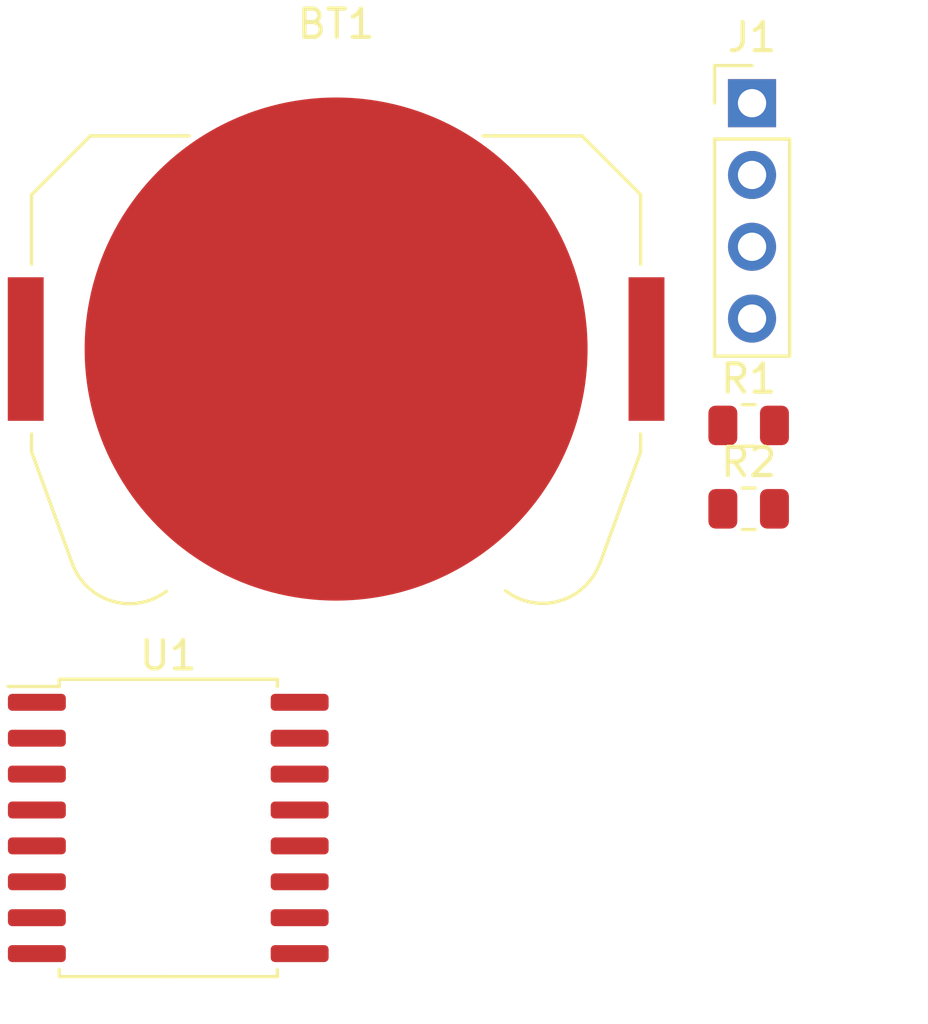
<source format=kicad_pcb>
(kicad_pcb (version 20221018) (generator pcbnew)
  (layers (0 "F.Cu" signal) (31 "B.Cu" signal) (34 "B.Paste" user) (35 "F.Paste" user) (36 "B.SilkS" user "B.Silkscreen") (37 "F.SilkS" user "F.Silkscreen") (38 "B.Mask" user) (39 "F.Mask" user) (44 "Edge.Cuts" user))
  (net 0 "")
  (net 1 "Net-(BT1-+)")
  (net 2 "+3.3V")
  (net 3 "GND")
  (net 4 "Net-(J1-Pin_2)")
  (net 5 "Net-(J1-Pin_3)")
  (footprint "Resistor_SMD:R_0805_2012Metric" (layer "F.Cu") (at 154.0275 93.57)
    (fp_text reference "R1" (at 0 -1.65) (layer "F.SilkS"))
    (fp_text value "R_US")
    (fp_line (start -0.227064 -0.735) (end 0.227064 -0.735) (stroke (width 0.12)) (layer "F.SilkS"))
    (fp_line (start -0.227064 0.735) (end 0.227064 0.735) (stroke (width 0.12)) (layer "F.SilkS"))
    (pad "1" smd roundrect (at -0.9125 0) (size 1.025 1.4) (layers "F.Cu" "F.Paste" "F.Mask") (roundrect_rratio 0.243902) (net 2 "+3.3V"))
    (pad "2" smd roundrect (at 0.9125 0) (size 1.025 1.4) (layers "F.Cu" "F.Paste" "F.Mask") (roundrect_rratio 0.243902) (net 5 "Net-(J1-Pin_3)"))
  )
  (footprint "Resistor_SMD:R_0805_2012Metric" (layer "F.Cu") (at 154.0275 96.52)
    (fp_text reference "R2" (at 0 -1.65) (layer "F.SilkS"))
    (fp_text value "~")
    (fp_line (start -0.227064 -0.735) (end 0.227064 -0.735) (stroke (width 0.12)) (layer "F.SilkS"))
    (fp_line (start -0.227064 0.735) (end 0.227064 0.735) (stroke (width 0.12)) (layer "F.SilkS"))
    (pad "1" smd roundrect (at -0.9125 0) (size 1.025 1.4) (layers "F.Cu" "F.Paste" "F.Mask") (roundrect_rratio 0.243902) (net 2 "+3.3V"))
    (pad "2" smd roundrect (at 0.9125 0) (size 1.025 1.4) (layers "F.Cu" "F.Paste" "F.Mask") (roundrect_rratio 0.243902) (net 4 "Net-(J1-Pin_2)"))
  )
  (footprint "Connector_PinHeader_2.54mm:PinHeader_1x04_P2.54mm_Vertical" (layer "F.Cu") (at 154.1475 82.17)
    (fp_text reference "J1" (at 0 -2.33) (layer "F.SilkS"))
    (fp_text value "Conn_01x04_Pin")
    (fp_line (start -1.33 -1.33) (end 0 -1.33) (stroke (width 0.12)) (layer "F.SilkS"))
    (fp_line (start -1.33 0) (end -1.33 -1.33) (stroke (width 0.12)) (layer "F.SilkS"))
    (fp_line (start -1.33 1.27) (end -1.33 8.95) (stroke (width 0.12)) (layer "F.SilkS"))
    (fp_line (start -1.33 1.27) (end 1.33 1.27) (stroke (width 0.12)) (layer "F.SilkS"))
    (fp_line (start -1.33 8.95) (end 1.33 8.95) (stroke (width 0.12)) (layer "F.SilkS"))
    (fp_line (start 1.33 1.27) (end 1.33 8.95) (stroke (width 0.12)) (layer "F.SilkS"))
    (pad "1" thru_hole rect (at 0 0) (size 1.7 1.7) (drill 1) (layers "*.Cu" "*.Mask") (net 3 "GND"))
    (pad "2" thru_hole oval (at 0 2.54) (size 1.7 1.7) (drill 1) (layers "*.Cu" "*.Mask") (net 4 "Net-(J1-Pin_2)"))
    (pad "3" thru_hole oval (at 0 5.08) (size 1.7 1.7) (drill 1) (layers "*.Cu" "*.Mask") (net 5 "Net-(J1-Pin_3)"))
    (pad "4" thru_hole oval (at 0 7.62) (size 1.7 1.7) (drill 1) (layers "*.Cu" "*.Mask") (net 3 "GND"))
  )
  (footprint "Package_SO:SOIC-16W_7.5x10.3mm_P1.27mm" (layer "F.Cu") (at 133.4875 107.81)
    (fp_text reference "U1" (at 0 -6.1) (layer "F.SilkS"))
    (fp_text value "DS3231M")
    (fp_line (start -3.86 -5.26) (end -3.86 -5.005) (stroke (width 0.12)) (layer "F.SilkS"))
    (fp_line (start -3.86 -5.005) (end -5.675 -5.005) (stroke (width 0.12)) (layer "F.SilkS"))
    (fp_line (start -3.86 5.26) (end -3.86 5.005) (stroke (width 0.12)) (layer "F.SilkS"))
    (fp_line (start 0 -5.26) (end -3.86 -5.26) (stroke (width 0.12)) (layer "F.SilkS"))
    (fp_line (start 0 -5.26) (end 3.86 -5.26) (stroke (width 0.12)) (layer "F.SilkS"))
    (fp_line (start 0 5.26) (end -3.86 5.26) (stroke (width 0.12)) (layer "F.SilkS"))
    (fp_line (start 0 5.26) (end 3.86 5.26) (stroke (width 0.12)) (layer "F.SilkS"))
    (fp_line (start 3.86 -5.26) (end 3.86 -5.005) (stroke (width 0.12)) (layer "F.SilkS"))
    (fp_line (start 3.86 5.26) (end 3.86 5.005) (stroke (width 0.12)) (layer "F.SilkS"))
    (pad "1" smd roundrect (at -4.65 -4.445) (size 2.05 0.6) (layers "F.Cu" "F.Paste" "F.Mask"))
    (pad "2" smd roundrect (at -4.65 -3.175) (size 2.05 0.6) (layers "F.Cu" "F.Paste" "F.Mask") (net 2 "+3.3V"))
    (pad "3" smd roundrect (at -4.65 -1.905) (size 2.05 0.6) (layers "F.Cu" "F.Paste" "F.Mask"))
    (pad "4" smd roundrect (at -4.65 -0.635) (size 2.05 0.6) (layers "F.Cu" "F.Paste" "F.Mask"))
    (pad "5" smd roundrect (at -4.65 0.635) (size 2.05 0.6) (layers "F.Cu" "F.Paste" "F.Mask") (net 3 "GND"))
    (pad "6" smd roundrect (at -4.65 1.905) (size 2.05 0.6) (layers "F.Cu" "F.Paste" "F.Mask") (net 3 "GND"))
    (pad "7" smd roundrect (at -4.65 3.175) (size 2.05 0.6) (layers "F.Cu" "F.Paste" "F.Mask") (net 3 "GND"))
    (pad "8" smd roundrect (at -4.65 4.445) (size 2.05 0.6) (layers "F.Cu" "F.Paste" "F.Mask") (net 3 "GND"))
    (pad "9" smd roundrect (at 4.65 4.445) (size 2.05 0.6) (layers "F.Cu" "F.Paste" "F.Mask") (net 3 "GND"))
    (pad "10" smd roundrect (at 4.65 3.175) (size 2.05 0.6) (layers "F.Cu" "F.Paste" "F.Mask") (net 3 "GND"))
    (pad "11" smd roundrect (at 4.65 1.905) (size 2.05 0.6) (layers "F.Cu" "F.Paste" "F.Mask") (net 3 "GND"))
    (pad "12" smd roundrect (at 4.65 0.635) (size 2.05 0.6) (layers "F.Cu" "F.Paste" "F.Mask") (net 3 "GND"))
    (pad "13" smd roundrect (at 4.65 -0.635) (size 2.05 0.6) (layers "F.Cu" "F.Paste" "F.Mask") (net 3 "GND"))
    (pad "14" smd roundrect (at 4.65 -1.905) (size 2.05 0.6) (layers "F.Cu" "F.Paste" "F.Mask") (net 1 "Net-(BT1-+)"))
    (pad "15" smd roundrect (at 4.65 -3.175) (size 2.05 0.6) (layers "F.Cu" "F.Paste" "F.Mask") (net 5 "Net-(J1-Pin_3)"))
    (pad "16" smd roundrect (at 4.65 -4.445) (size 2.05 0.6) (layers "F.Cu" "F.Paste" "F.Mask") (net 4 "Net-(J1-Pin_2)"))
  )
  (footprint "Battery:BatteryHolder_Keystone_3034_1x20mm" (layer "F.Cu") (at 139.4275 90.868075)
    (fp_text reference "BT1" (at 0 -11.5) (layer "F.SilkS"))
    (fp_text value "Battery")
    (fp_line (start -10.78 -5.46) (end -10.78 -3) (stroke (width 0.12)) (layer "F.SilkS"))
    (fp_line (start -10.78 3) (end -10.78 3.63) (stroke (width 0.12)) (layer "F.SilkS"))
    (fp_line (start -10.78 3.63) (end -9.34 7.58) (stroke (width 0.12)) (layer "F.SilkS"))
    (fp_line (start -8.7 -7.54) (end -10.78 -5.46) (stroke (width 0.12)) (layer "F.SilkS"))
    (fp_line (start -5.2 -7.54) (end -8.7 -7.54) (stroke (width 0.12)) (layer "F.SilkS"))
    (fp_line (start 8.7 -7.54) (end 5.2 -7.54) (stroke (width 0.12)) (layer "F.SilkS"))
    (fp_line (start 8.7 -7.54) (end 10.78 -5.46) (stroke (width 0.12)) (layer "F.SilkS"))
    (fp_line (start 10.78 -5.46) (end 10.78 -3) (stroke (width 0.12)) (layer "F.SilkS"))
    (fp_line (start 10.78 3) (end 10.78 3.63) (stroke (width 0.12)) (layer "F.SilkS"))
    (fp_line (start 10.78 3.63) (end 9.34 7.58) (stroke (width 0.12)) (layer "F.SilkS"))
    (fp_arc (start -6.003354 8.56653) (mid -7.921654 8.918738) (end -9.34 7.58) (stroke (width 0.12)) (layer "F.SilkS"))
    (fp_arc (start 9.325243 7.588169) (mid 7.90634 8.911668) (end 6 8.55) (stroke (width 0.12)) (layer "F.SilkS"))
    (pad "1" smd rect (at -10.985 0) (size 1.27 5.08) (layers "F.Cu" "F.Paste" "F.Mask") (net 1 "Net-(BT1-+)"))
    (pad "1" smd rect (at 10.985 0) (size 1.27 5.08) (layers "F.Cu" "F.Paste" "F.Mask") (net 1 "Net-(BT1-+)"))
    (pad "2" smd circle (at 0 0) (size 17.8 17.8) (layers "F.Cu" "F.Mask") (net 2 "+3.3V"))
  )
)
</source>
